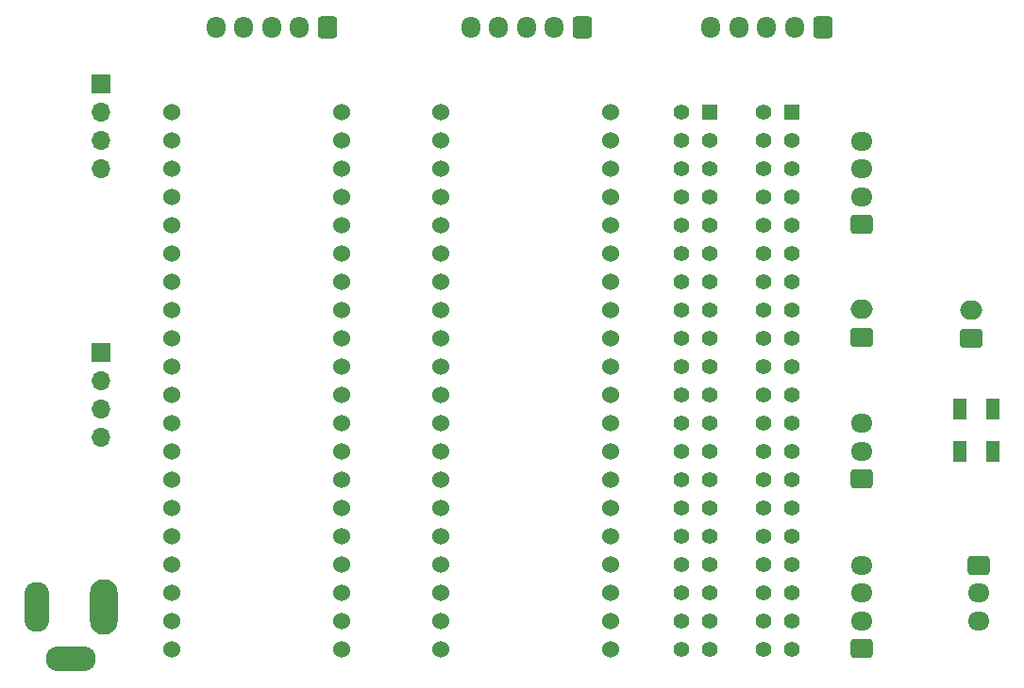
<source format=gbr>
%TF.GenerationSoftware,KiCad,Pcbnew,7.0.5*%
%TF.CreationDate,2023-12-19T10:50:23-08:00*%
%TF.ProjectId,Pi1_PiHat,5069315f-5069-4486-9174-2e6b69636164,rev?*%
%TF.SameCoordinates,Original*%
%TF.FileFunction,Soldermask,Top*%
%TF.FilePolarity,Negative*%
%FSLAX46Y46*%
G04 Gerber Fmt 4.6, Leading zero omitted, Abs format (unit mm)*
G04 Created by KiCad (PCBNEW 7.0.5) date 2023-12-19 10:50:23*
%MOMM*%
%LPD*%
G01*
G04 APERTURE LIST*
G04 Aperture macros list*
%AMRoundRect*
0 Rectangle with rounded corners*
0 $1 Rounding radius*
0 $2 $3 $4 $5 $6 $7 $8 $9 X,Y pos of 4 corners*
0 Add a 4 corners polygon primitive as box body*
4,1,4,$2,$3,$4,$5,$6,$7,$8,$9,$2,$3,0*
0 Add four circle primitives for the rounded corners*
1,1,$1+$1,$2,$3*
1,1,$1+$1,$4,$5*
1,1,$1+$1,$6,$7*
1,1,$1+$1,$8,$9*
0 Add four rect primitives between the rounded corners*
20,1,$1+$1,$2,$3,$4,$5,0*
20,1,$1+$1,$4,$5,$6,$7,0*
20,1,$1+$1,$6,$7,$8,$9,0*
20,1,$1+$1,$8,$9,$2,$3,0*%
G04 Aperture macros list end*
%ADD10RoundRect,0.250000X0.725000X-0.600000X0.725000X0.600000X-0.725000X0.600000X-0.725000X-0.600000X0*%
%ADD11O,1.950000X1.700000*%
%ADD12C,1.398000*%
%ADD13R,1.398000X1.398000*%
%ADD14RoundRect,0.102000X-0.485000X-0.865000X0.485000X-0.865000X0.485000X0.865000X-0.485000X0.865000X0*%
%ADD15R,1.700000X1.700000*%
%ADD16O,1.700000X1.700000*%
%ADD17RoundRect,0.250000X0.750000X-0.600000X0.750000X0.600000X-0.750000X0.600000X-0.750000X-0.600000X0*%
%ADD18O,2.000000X1.700000*%
%ADD19RoundRect,0.250000X0.600000X0.725000X-0.600000X0.725000X-0.600000X-0.725000X0.600000X-0.725000X0*%
%ADD20O,1.700000X1.950000*%
%ADD21RoundRect,0.250000X-0.725000X0.600000X-0.725000X-0.600000X0.725000X-0.600000X0.725000X0.600000X0*%
%ADD22C,1.524000*%
%ADD23O,2.500000X5.000000*%
%ADD24O,2.250000X4.500000*%
%ADD25O,4.500000X2.250000*%
G04 APERTURE END LIST*
D10*
%TO.C,AS5600JST1*%
X191470000Y-119320000D03*
D11*
X191470000Y-116820000D03*
X191470000Y-114320000D03*
%TD*%
D12*
%TO.C,J1*%
X182615000Y-86360000D03*
D13*
X185155000Y-86360000D03*
D12*
X182615000Y-88900000D03*
X185155000Y-88900000D03*
X182615000Y-91440000D03*
X185155000Y-91440000D03*
X182615000Y-93980000D03*
X185155000Y-93980000D03*
X182615000Y-96520000D03*
X185155000Y-96520000D03*
X182615000Y-99060000D03*
X185155000Y-99060000D03*
X182615000Y-101600000D03*
X185155000Y-101600000D03*
X182615000Y-104140000D03*
X185155000Y-104140000D03*
X182615000Y-106680000D03*
X185155000Y-106680000D03*
X182615000Y-109220000D03*
X185155000Y-109220000D03*
X182615000Y-111760000D03*
X185155000Y-111760000D03*
X182615000Y-114300000D03*
X185155000Y-114300000D03*
X182615000Y-116840000D03*
X185155000Y-116840000D03*
X182615000Y-119380000D03*
X185155000Y-119380000D03*
X182615000Y-121920000D03*
X185155000Y-121920000D03*
X182615000Y-124460000D03*
X185155000Y-124460000D03*
X182615000Y-127000000D03*
X185155000Y-127000000D03*
X182615000Y-129540000D03*
X185155000Y-129540000D03*
X182615000Y-132080000D03*
X185155000Y-132080000D03*
X182615000Y-134620000D03*
X185155000Y-134620000D03*
%TD*%
D14*
%TO.C,SDA_Pull_Up1*%
X200240000Y-116840000D03*
X203200000Y-116840000D03*
%TD*%
D10*
%TO.C,ULTRASONIC1*%
X191470000Y-96460000D03*
D11*
X191470000Y-93960000D03*
X191470000Y-91460000D03*
X191470000Y-88960000D03*
%TD*%
D15*
%TO.C,MOTOR_BP_DISPLAY1*%
X123215000Y-83830000D03*
D16*
X123215000Y-86370000D03*
X123215000Y-88910000D03*
X123215000Y-91450000D03*
%TD*%
D17*
%TO.C,LimitSwitch1*%
X191470000Y-106580000D03*
D18*
X191470000Y-104080000D03*
%TD*%
D15*
%TO.C,AS5600REC_BP_Display1*%
X123215000Y-107950000D03*
D16*
X123215000Y-110490000D03*
X123215000Y-113030000D03*
X123215000Y-115570000D03*
%TD*%
D12*
%TO.C,J2*%
X175260000Y-86360000D03*
D13*
X177800000Y-86360000D03*
D12*
X175260000Y-88900000D03*
X177800000Y-88900000D03*
X175260000Y-91440000D03*
X177800000Y-91440000D03*
X175260000Y-93980000D03*
X177800000Y-93980000D03*
X175260000Y-96520000D03*
X177800000Y-96520000D03*
X175260000Y-99060000D03*
X177800000Y-99060000D03*
X175260000Y-101600000D03*
X177800000Y-101600000D03*
X175260000Y-104140000D03*
X177800000Y-104140000D03*
X175260000Y-106680000D03*
X177800000Y-106680000D03*
X175260000Y-109220000D03*
X177800000Y-109220000D03*
X175260000Y-111760000D03*
X177800000Y-111760000D03*
X175260000Y-114300000D03*
X177800000Y-114300000D03*
X175260000Y-116840000D03*
X177800000Y-116840000D03*
X175260000Y-119380000D03*
X177800000Y-119380000D03*
X175260000Y-121920000D03*
X177800000Y-121920000D03*
X175260000Y-124460000D03*
X177800000Y-124460000D03*
X175260000Y-127000000D03*
X177800000Y-127000000D03*
X175260000Y-129540000D03*
X177800000Y-129540000D03*
X175260000Y-132080000D03*
X177800000Y-132080000D03*
X175260000Y-134620000D03*
X177800000Y-134620000D03*
%TD*%
D19*
%TO.C,Pi3*%
X187920000Y-78740000D03*
D20*
X185420000Y-78740000D03*
X182920000Y-78740000D03*
X180420000Y-78740000D03*
X177920000Y-78740000D03*
%TD*%
D21*
%TO.C,BP_TO_MOTOR1*%
X201930000Y-127080000D03*
D11*
X201930000Y-129580000D03*
X201930000Y-132080000D03*
%TD*%
D19*
%TO.C,Pi4*%
X143510000Y-78740000D03*
D20*
X141010000Y-78740000D03*
X138510000Y-78740000D03*
X136010000Y-78740000D03*
X133510000Y-78740000D03*
%TD*%
D22*
%TO.C,AS5600REC_BP1*%
X129540000Y-134620000D03*
X144780000Y-91440000D03*
X129540000Y-129540000D03*
X129540000Y-132080000D03*
X144780000Y-86360000D03*
X144780000Y-88900000D03*
X144780000Y-93980000D03*
X144780000Y-124460000D03*
X144780000Y-121920000D03*
X144780000Y-119380000D03*
X144780000Y-116840000D03*
X144780000Y-114300000D03*
X144780000Y-111760000D03*
X144780000Y-109220000D03*
X144780000Y-106680000D03*
X129540000Y-96520000D03*
X129540000Y-99060000D03*
X129540000Y-101600000D03*
X129540000Y-104140000D03*
X129540000Y-106680000D03*
X129540000Y-109220000D03*
X144780000Y-104140000D03*
X144780000Y-101600000D03*
X129540000Y-111760000D03*
X129540000Y-114300000D03*
X129540000Y-116840000D03*
X129540000Y-119380000D03*
X129540000Y-121920000D03*
X129540000Y-124460000D03*
X129540000Y-127000000D03*
X144780000Y-99060000D03*
X144780000Y-96520000D03*
X129540000Y-86360000D03*
X129540000Y-88900000D03*
X129540000Y-91440000D03*
X129540000Y-93980000D03*
X144780000Y-132080000D03*
X144780000Y-129540000D03*
X144780000Y-127000000D03*
X144780000Y-134620000D03*
%TD*%
D14*
%TO.C,SCL_Pull_Up1*%
X200240000Y-113030000D03*
X203200000Y-113030000D03*
%TD*%
D17*
%TO.C,LimitSwitch2*%
X201295000Y-106680000D03*
D18*
X201295000Y-104180000D03*
%TD*%
D23*
%TO.C,BP_POWER1*%
X123444000Y-130810000D03*
D24*
X117444000Y-130810000D03*
D25*
X120444000Y-135510000D03*
%TD*%
D22*
%TO.C,MOTOR_BP1*%
X153670000Y-134620000D03*
X168910000Y-91440000D03*
X153670000Y-129540000D03*
X153670000Y-132080000D03*
X168910000Y-86360000D03*
X168910000Y-88900000D03*
X168910000Y-93980000D03*
X168910000Y-124460000D03*
X168910000Y-121920000D03*
X168910000Y-119380000D03*
X168910000Y-116840000D03*
X168910000Y-114300000D03*
X168910000Y-111760000D03*
X168910000Y-109220000D03*
X168910000Y-106680000D03*
X153670000Y-96520000D03*
X153670000Y-99060000D03*
X153670000Y-101600000D03*
X153670000Y-104140000D03*
X153670000Y-106680000D03*
X153670000Y-109220000D03*
X168910000Y-104140000D03*
X168910000Y-101600000D03*
X153670000Y-111760000D03*
X153670000Y-114300000D03*
X153670000Y-116840000D03*
X153670000Y-119380000D03*
X153670000Y-121920000D03*
X153670000Y-124460000D03*
X153670000Y-127000000D03*
X168910000Y-99060000D03*
X168910000Y-96520000D03*
X153670000Y-86360000D03*
X153670000Y-88900000D03*
X153670000Y-91440000D03*
X153670000Y-93980000D03*
X168910000Y-132080000D03*
X168910000Y-129540000D03*
X168910000Y-127000000D03*
X168910000Y-134620000D03*
%TD*%
D19*
%TO.C,Pi2*%
X166370000Y-78740000D03*
D20*
X163870000Y-78740000D03*
X161370000Y-78740000D03*
X158870000Y-78740000D03*
X156370000Y-78740000D03*
%TD*%
D10*
%TO.C,AS5600JST2*%
X191470000Y-134560000D03*
D11*
X191470000Y-132060000D03*
X191470000Y-129560000D03*
X191470000Y-127060000D03*
%TD*%
M02*

</source>
